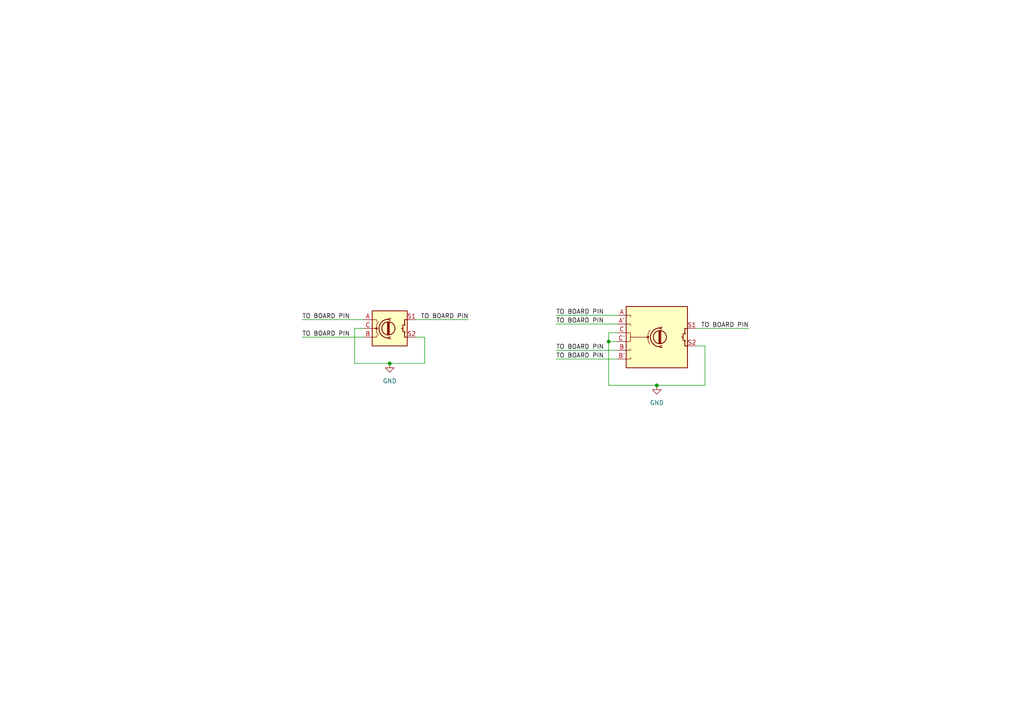
<source format=kicad_sch>
(kicad_sch (version 20231120) (generator "eeschema") (generator_version "8.0")
  (paper "A4")
  (lib_symbols
    (symbol "Device:RotaryEncoder_Switch" (pin_names (offset 0.254) hide)
      (property "Reference" "SW" (at 0 6.604 0))
      (property "Value" "RotaryEncoder_Switch" (at 0 -6.604 0))
      (symbol "RotaryEncoder_Switch_0_1"
        (rectangle (start -5.08 5.08) (end 5.08 -5.08) (stroke (width 0.254)) (fill (type background)))
        (circle (center -3.81 0) (radius 0.254) (fill (type outline)))
        (circle (center -0.381 0) (radius 1.905) (stroke (width 0.254)))
        (arc (start -0.381 2.667) (mid -3.0988 -0.0635) (end -0.381 -2.794) (stroke (width 0.254)))
        (polyline (pts (xy -0.635 -1.778) (xy -0.635 1.778)) (stroke (width 0.254)))
        (polyline (pts (xy -0.381 -1.778) (xy -0.381 1.778)) (stroke (width 0.254)))
        (polyline (pts (xy -0.127 1.778) (xy -0.127 -1.778)) (stroke (width 0.254)))
        (polyline (pts (xy 3.81 0) (xy 3.429 0)) (stroke (width 0.254)))
        (polyline (pts (xy 3.81 1.016) (xy 3.81 -1.016)) (stroke (width 0.254)))
        (polyline (pts (xy -5.08 -2.54) (xy -3.81 -2.54) (xy -3.81 -2.032)))
        (polyline (pts (xy -5.08 2.54) (xy -3.81 2.54) (xy -3.81 2.032)))
        (polyline (pts (xy 0.254 -3.048) (xy -0.508 -2.794) (xy 0.127 -2.413)) (stroke (width 0.254)))
        (polyline (pts (xy 0.254 2.921) (xy -0.508 2.667) (xy 0.127 2.286)) (stroke (width 0.254)))
        (polyline (pts (xy 5.08 -2.54) (xy 4.318 -2.54) (xy 4.318 -1.016)) (stroke (width 0.254)))
        (polyline (pts (xy 5.08 2.54) (xy 4.318 2.54) (xy 4.318 1.016)) (stroke (width 0.254)))
        (polyline (pts (xy -5.08 0) (xy -3.81 0) (xy -3.81 -1.016) (xy -3.302 -2.032)))
        (polyline (pts (xy -4.318 0) (xy -3.81 0) (xy -3.81 1.016) (xy -3.302 2.032)))
        (circle (center 4.318 -1.016) (radius 0.127) (stroke (width 0.254)))
        (circle (center 4.318 1.016) (radius 0.127) (stroke (width 0.254)))
      )
      (symbol "RotaryEncoder_Switch_1_1"
        (pin passive line (at -7.62 2.54 0) (length 2.54) (name "A") (number "A"))
        (pin passive line (at -7.62 -2.54 0) (length 2.54) (name "B") (number "B"))
        (pin passive line (at -7.62 0 0) (length 2.54) (name "C") (number "C"))
        (pin passive line (at 7.62 2.54 180) (length 2.54) (name "S1") (number "S1"))
        (pin passive line (at 7.62 -2.54 180) (length 2.54) (name "S2") (number "S2"))
      )
    )
    (symbol "power:GND" (power) (pin_numbers hide) (pin_names (offset 0) hide)
      (property "Value" "GND" (at 0 -3.81 0))
      (symbol "GND_0_1"
        (polyline (pts (xy 0 0) (xy 0 -1.27) (xy 1.27 -1.27) (xy 0 -2.54) (xy -1.27 -1.27) (xy 0 -1.27)))
      )
      (symbol "GND_1_1"
        (pin power_in line (at 0 0 270) (length 0) (name "~") (number "1"))
      )
    )
    (symbol "symbols:DualRotaryEncoder_Switch" (pin_names (offset 0.254) hide)
      (property "Reference" "SW" (at 0 11.176 0))
      (property "Value" "DualRotaryEncoder_Switch" (at 1.016 -14.732 0))
      (symbol "DualRotaryEncoder_Switch_0_1"
        (rectangle (start -8.89 8.89) (end 8.89 -8.89) (stroke (width 0.254)) (fill (type background)))
        (circle (center -2.54 0) (radius 0.254) (fill (type outline)))
        (polyline (pts (xy 0.635 -1.778) (xy 0.635 1.778)) (stroke (width 0.254)))
        (polyline (pts (xy 0.889 -1.778) (xy 0.889 1.778)) (stroke (width 0.254)))
        (polyline (pts (xy 1.143 1.778) (xy 1.143 -1.778)) (stroke (width 0.254)))
        (polyline (pts (xy 7.62 0) (xy 7.239 0)) (stroke (width 0.254)))
        (polyline (pts (xy 7.62 1.016) (xy 7.62 -1.016)) (stroke (width 0.254)))
        (polyline (pts (xy -8.89 -6.35) (xy -7.62 -6.35) (xy -7.62 -5.842)))
        (polyline (pts (xy -8.89 -3.81) (xy -7.62 -3.81) (xy -7.62 -3.302)))
        (polyline (pts (xy -8.89 3.81) (xy -7.62 3.81) (xy -7.62 3.302)))
        (polyline (pts (xy -8.89 6.35) (xy -7.62 6.35) (xy -7.62 5.842)))
        (polyline (pts (xy -7.62 0) (xy -7.62 -1.27) (xy -8.89 -1.27)))
        (polyline (pts (xy -7.62 0) (xy -7.62 1.27) (xy -8.89 1.27)))
        (polyline (pts (xy 1.524 -3.048) (xy 0.762 -2.794) (xy 1.397 -2.413)) (stroke (width 0.254)))
        (polyline (pts (xy 1.524 2.921) (xy 0.762 2.667) (xy 1.397 2.286)) (stroke (width 0.254)))
        (polyline (pts (xy 8.89 -2.54) (xy 8.128 -2.54) (xy 8.128 -1.016)) (stroke (width 0.254)))
        (polyline (pts (xy 8.89 2.54) (xy 8.128 2.54) (xy 8.128 1.016)) (stroke (width 0.254)))
        (polyline (pts (xy -7.62 0) (xy -2.54 0) (xy -2.54 -1.016) (xy -2.032 -2.032)))
        (polyline (pts (xy -3.048 0) (xy -2.54 0) (xy -2.54 1.016) (xy -2.032 2.032)))
        (circle (center 0.889 0) (radius 1.905) (stroke (width 0.254)))
        (arc (start 0.889 2.667) (mid -1.8288 -0.0635) (end 0.889 -2.794) (stroke (width 0.254)))
        (circle (center 8.128 -1.016) (radius 0.127) (stroke (width 0.254)))
        (circle (center 8.128 1.016) (radius 0.127) (stroke (width 0.254)))
      )
      (symbol "DualRotaryEncoder_Switch_1_0"
        (pin passive line (at -11.43 3.81 0) (length 2.54) (name "A'") (number "A'"))
        (pin passive line (at -11.43 -6.35 0) (length 2.54) (name "B'") (number "B'"))
        (pin passive line (at -11.43 -1.27 0) (length 2.54) (name "C'") (number "C'"))
      )
      (symbol "DualRotaryEncoder_Switch_1_1"
        (pin passive line (at -11.43 6.35 0) (length 2.54) (name "A") (number "A"))
        (pin passive line (at -11.43 -3.81 0) (length 2.54) (name "B") (number "B"))
        (pin passive line (at -11.43 1.27 0) (length 2.54) (name "C") (number "C"))
        (pin passive line (at 11.43 2.54 180) (length 2.54) (name "S1") (number "S1"))
        (pin passive line (at 11.43 -2.54 180) (length 2.54) (name "S2") (number "S2"))
      )
    )
  )
  (junction (at 113.03 105.41))
  (junction (at 190.5 111.76))
  (junction (at 176.53 99.06))
  (wire (pts (xy 105.41 95.25) (xy 102.87 95.25)))
  (wire (pts (xy 120.65 92.71) (xy 135.89 92.71)))
  (wire (pts (xy 179.07 96.52) (xy 176.53 96.52)))
  (wire (pts (xy 161.29 93.98) (xy 179.07 93.98)))
  (wire (pts (xy 176.53 111.76) (xy 190.5 111.76)))
  (wire (pts (xy 190.5 111.76) (xy 204.47 111.76)))
  (wire (pts (xy 113.03 105.41) (xy 123.19 105.41)))
  (wire (pts (xy 87.63 92.71) (xy 105.41 92.71)))
  (wire (pts (xy 123.19 97.79) (xy 123.19 105.41)))
  (wire (pts (xy 176.53 96.52) (xy 176.53 99.06)))
  (wire (pts (xy 120.65 97.79) (xy 123.19 97.79)))
  (wire (pts (xy 102.87 105.41) (xy 113.03 105.41)))
  (wire (pts (xy 201.93 95.25) (xy 217.17 95.25)))
  (wire (pts (xy 87.63 97.79) (xy 105.41 97.79)))
  (wire (pts (xy 161.29 104.14) (xy 179.07 104.14)))
  (wire (pts (xy 204.47 100.33) (xy 204.47 111.76)))
  (wire (pts (xy 102.87 95.25) (xy 102.87 105.41)))
  (wire (pts (xy 201.93 100.33) (xy 204.47 100.33)))
  (wire (pts (xy 161.29 91.44) (xy 179.07 91.44)))
  (wire (pts (xy 161.29 101.6) (xy 179.07 101.6)))
  (wire (pts (xy 176.53 99.06) (xy 176.53 111.76)))
  (wire (pts (xy 179.07 99.06) (xy 176.53 99.06)))
  (label "TO BOARD PIN" (at 135.89 92.71 180))
  (label "TO BOARD PIN" (at 87.63 92.71 0))
  (label "TO BOARD PIN" (at 87.63 97.79 0))
  (label "TO BOARD PIN" (at 161.29 91.44 0))
  (label "TO BOARD PIN" (at 217.17 95.25 180))
  (label "TO BOARD PIN" (at 161.29 93.98 0))
  (label "TO BOARD PIN" (at 161.29 101.6 0))
  (label "TO BOARD PIN" (at 161.29 104.14 0))
  (symbol (lib_id "Device:RotaryEncoder_Switch") (at 113.03 95.25 0) (unit 1)
    (property "Reference" "SW1" (effects (hide yes)))
    (property "Value" "RotaryEncoder_Switch" (effects (hide yes)))
    (property "Description" "Rotary encoder, dual channel, incremental quadrate outputs, with switch" (effects (hide yes)))
  )
  (symbol (lib_id "power:GND") (at 113.03 105.41 0) (unit 1)
    (property "Reference" "#PWR01" (effects (hide yes)))
    (property "Value" "GND" (at 113.03 110.49 0))
    (property "Description" "Power symbol creates a global label with name \"GND\" , ground" (effects (hide yes)))
  )
  (symbol (lib_id "symbols:DualRotaryEncoder_Switch") (at 190.5 97.79 0) (unit 1)
    (property "Reference" "SW2" (effects (hide yes)))
    (property "Value" "DualRotaryEncoder_Switch" (effects (hide yes)))
    (property "Description" "Dual rotary encoder, dual channel, incremental quadrate outputs, with switch" (effects (hide yes)))
  )
  (symbol (lib_id "power:GND") (at 190.5 111.76 0) (unit 1)
    (property "Reference" "#PWR02" (effects (hide yes)))
    (property "Value" "GND" (at 190.5 116.84 0))
    (property "Description" "Power symbol creates a global label with name \"GND\" , ground" (effects (hide yes)))
  )
)
</source>
